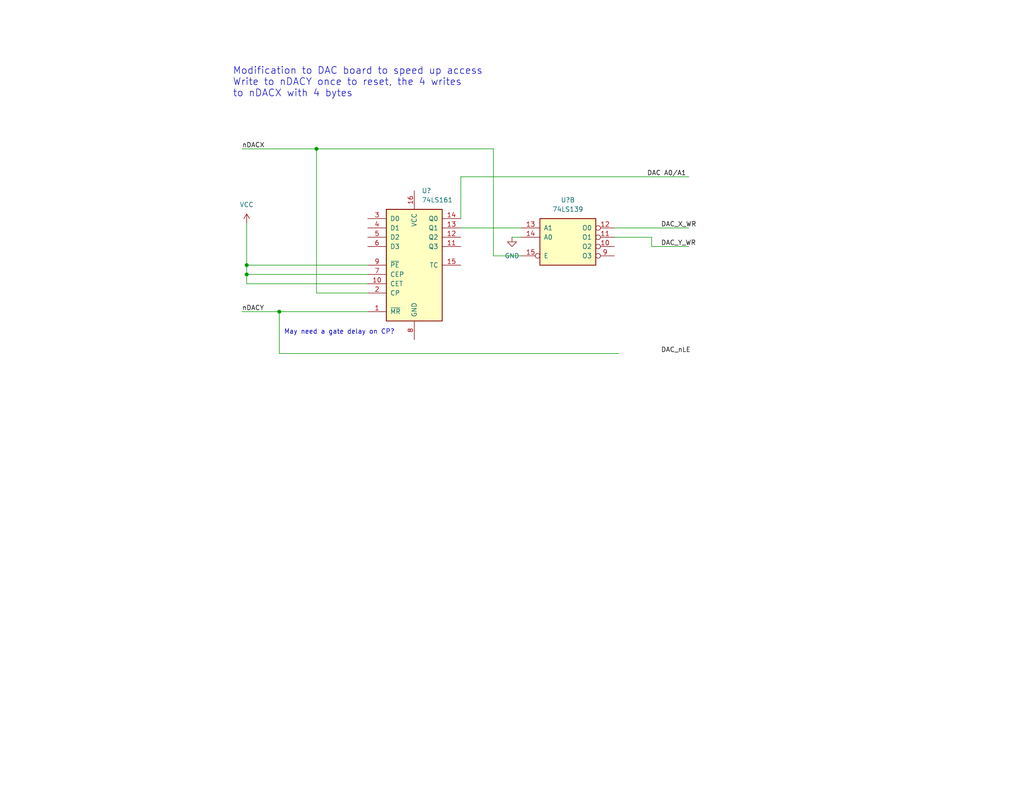
<source format=kicad_sch>
(kicad_sch (version 20211123) (generator eeschema)
  (paper "USLetter")
  (lib_symbols
    (symbol "74xx:74LS139" (pin_names (offset 1.016))
      (property "Reference" "U" (at -7.62 8.89 0))
      (property "Value" "74LS139" (at -7.62 -8.89 0))
      (symbol "74LS139_1_0"
        (pin input inverted (at -12.7 -5.08 0) (length 5.08) (name "E") (number "1"))
        (pin input line (at -12.7 0 0) (length 5.08) (name "A0") (number "2"))
        (pin input line (at -12.7 2.54 0) (length 5.08) (name "A1") (number "3"))
        (pin output inverted (at 12.7 2.54 180) (length 5.08) (name "O0") (number "4"))
        (pin output inverted (at 12.7 0 180) (length 5.08) (name "O1") (number "5"))
        (pin output inverted (at 12.7 -2.54 180) (length 5.08) (name "O2") (number "6"))
        (pin output inverted (at 12.7 -5.08 180) (length 5.08) (name "O3") (number "7"))
      )
      (symbol "74LS139_1_1"
        (rectangle (start -7.62 5.08) (end 7.62 -7.62) (stroke (width 0.254)) (fill (type background)))
      )
      (symbol "74LS139_2_0"
        (pin output inverted (at 12.7 -2.54 180) (length 5.08) (name "O2") (number "10"))
        (pin output inverted (at 12.7 0 180) (length 5.08) (name "O1") (number "11"))
        (pin output inverted (at 12.7 2.54 180) (length 5.08) (name "O0") (number "12"))
        (pin input line (at -12.7 2.54 0) (length 5.08) (name "A1") (number "13"))
        (pin input line (at -12.7 0 0) (length 5.08) (name "A0") (number "14"))
        (pin input inverted (at -12.7 -5.08 0) (length 5.08) (name "E") (number "15"))
        (pin output inverted (at 12.7 -5.08 180) (length 5.08) (name "O3") (number "9"))
      )
      (symbol "74LS139_2_1"
        (rectangle (start -7.62 5.08) (end 7.62 -7.62) (stroke (width 0.254)) (fill (type background)))
      )
      (symbol "74LS139_3_0"
        (pin power_in line (at 0 12.7 270) (length 5.08) (name "VCC") (number "16"))
        (pin power_in line (at 0 -12.7 90) (length 5.08) (name "GND") (number "8"))
      )
      (symbol "74LS139_3_1"
        (rectangle (start -5.08 7.62) (end 5.08 -7.62) (stroke (width 0.254)) (fill (type background)))
      )
    )
    (symbol "74xx:74LS161" (pin_names (offset 1.016))
      (property "Reference" "U" (at -7.62 16.51 0))
      (property "Value" "74LS161" (at -7.62 -16.51 0))
      (symbol "74LS161_1_0"
        (pin input line (at -12.7 -12.7 0) (length 5.08) (name "~{MR}") (number "1"))
        (pin input line (at -12.7 -5.08 0) (length 5.08) (name "CET") (number "10"))
        (pin output line (at 12.7 5.08 180) (length 5.08) (name "Q3") (number "11"))
        (pin output line (at 12.7 7.62 180) (length 5.08) (name "Q2") (number "12"))
        (pin output line (at 12.7 10.16 180) (length 5.08) (name "Q1") (number "13"))
        (pin output line (at 12.7 12.7 180) (length 5.08) (name "Q0") (number "14"))
        (pin output line (at 12.7 0 180) (length 5.08) (name "TC") (number "15"))
        (pin power_in line (at 0 20.32 270) (length 5.08) (name "VCC") (number "16"))
        (pin input line (at -12.7 -7.62 0) (length 5.08) (name "CP") (number "2"))
        (pin input line (at -12.7 12.7 0) (length 5.08) (name "D0") (number "3"))
        (pin input line (at -12.7 10.16 0) (length 5.08) (name "D1") (number "4"))
        (pin input line (at -12.7 7.62 0) (length 5.08) (name "D2") (number "5"))
        (pin input line (at -12.7 5.08 0) (length 5.08) (name "D3") (number "6"))
        (pin input line (at -12.7 -2.54 0) (length 5.08) (name "CEP") (number "7"))
        (pin power_in line (at 0 -20.32 90) (length 5.08) (name "GND") (number "8"))
        (pin input line (at -12.7 0 0) (length 5.08) (name "~{PE}") (number "9"))
      )
      (symbol "74LS161_1_1"
        (rectangle (start -7.62 15.24) (end 7.62 -15.24) (stroke (width 0.254)) (fill (type background)))
      )
    )
    (symbol "power:GND" (power) (pin_names (offset 0))
      (property "Value" "GND" (at 0 -3.81 0))
      (symbol "GND_0_1"
        (polyline (pts (xy 0 0) (xy 0 -1.27) (xy 1.27 -1.27) (xy 0 -2.54) (xy -1.27 -1.27) (xy 0 -1.27)))
      )
      (symbol "GND_1_1"
        (pin power_in line (at 0 0 270) (length 0) hide (name "GND") (number "1"))
      )
    )
    (symbol "power:VCC" (power) (pin_names (offset 0))
      (property "Value" "VCC" (at 0 3.81 0))
      (symbol "VCC_0_1"
        (polyline (pts (xy -0.762 1.27) (xy 0 2.54)))
        (polyline (pts (xy 0 0) (xy 0 2.54)))
        (polyline (pts (xy 0 2.54) (xy 0.762 1.27)))
      )
      (symbol "VCC_1_1"
        (pin power_in line (at 0 0 90) (length 0) hide (name "VCC") (number "1"))
      )
    )
  )
  (junction (at 67.31 72.39))
  (junction (at 86.36 40.64))
  (junction (at 76.2 85.09))
  (junction (at 67.31 74.93))
  (wire (pts (xy 177.8 64.77) (xy 177.8 67.31)))
  (wire (pts (xy 167.64 64.77) (xy 177.8 64.77)))
  (wire (pts (xy 177.8 67.31) (xy 187.96 67.31)))
  (wire (pts (xy 100.33 72.39) (xy 67.31 72.39)))
  (wire (pts (xy 125.73 48.26) (xy 187.96 48.26)))
  (wire (pts (xy 67.31 77.47) (xy 67.31 74.93)))
  (wire (pts (xy 86.36 40.64) (xy 86.36 80.01)))
  (wire (pts (xy 76.2 96.52) (xy 168.91 96.52)))
  (wire (pts (xy 66.04 85.09) (xy 76.2 85.09)))
  (wire (pts (xy 86.36 40.64) (xy 134.62 40.64)))
  (wire (pts (xy 167.64 62.23) (xy 187.96 62.23)))
  (wire (pts (xy 139.7 64.77) (xy 142.24 64.77)))
  (wire (pts (xy 86.36 80.01) (xy 100.33 80.01)))
  (wire (pts (xy 125.73 62.23) (xy 142.24 62.23)))
  (wire (pts (xy 67.31 60.96) (xy 67.31 72.39)))
  (wire (pts (xy 100.33 77.47) (xy 67.31 77.47)))
  (wire (pts (xy 100.33 74.93) (xy 67.31 74.93)))
  (wire (pts (xy 67.31 74.93) (xy 67.31 72.39)))
  (wire (pts (xy 142.24 69.85) (xy 134.62 69.85)))
  (wire (pts (xy 66.04 40.64) (xy 86.36 40.64)))
  (wire (pts (xy 76.2 85.09) (xy 76.2 96.52)))
  (wire (pts (xy 134.62 69.85) (xy 134.62 40.64)))
  (wire (pts (xy 76.2 85.09) (xy 100.33 85.09)))
  (wire (pts (xy 125.73 59.69) (xy 125.73 48.26)))
  (text "Modification to DAC board to speed up access\nWrite to nDACY once to reset, the 4 writes\nto nDACX with 4 bytes" (at 63.5 26.67 0) (effects (font (size 1.905 1.905)) (justify left bottom)))
  (text "May need a gate delay on CP?" (at 77.47 91.44 0) (effects (font (size 1.27 1.27)) (justify left bottom)))
  (label "nDACX" (at 66.04 40.64 0))
  (label "nDACY" (at 66.04 85.09 0))
  (label "DAC_nLE" (at 180.34 96.52 0))
  (label "DAC_Y_WR" (at 180.34 67.31 0))
  (label "DAC_X_WR" (at 180.34 62.23 0))
  (label "DAC A0{slash}A1" (at 176.53 48.26 0))
  (symbol (lib_id "power:GND") (at 139.7 64.77 0) (unit 1)
    (property "Reference" "#PWR?" (effects hide))
    (property "Value" "GND" (at 139.7 69.85 0))
  )
  (symbol (lib_id "power:VCC") (at 67.31 60.96 0) (unit 1)
    (property "Reference" "#PWR?" (effects hide))
    (property "Value" "VCC" (at 67.31 55.88 0))
  )
  (symbol (lib_id "74xx:74LS161") (at 113.03 72.39 0) (unit 1)
    (property "Reference" "U?" (at 115.0494 52.07 0) (effects (justify left)))
    (property "Value" "74LS161" (at 115.0494 54.61 0) (effects (justify left)))
    (property "Datasheet" "http://www.ti.com/lit/gpn/sn74LS161" (effects hide))
  )
  (symbol (lib_id "74xx:74LS139") (at 154.94 64.77 0) (unit 2)
    (property "Reference" "U?" (at 154.94 54.61 0))
    (property "Value" "74LS139" (at 154.94 57.15 0))
    (property "Datasheet" "http://www.ti.com/lit/ds/symlink/sn74ls139a.pdf" (effects hide))
  )
)
</source>
